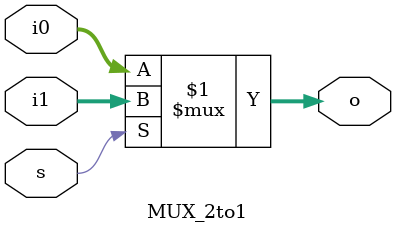
<source format=v>
module MUX_2to1#(
    parameter DATA_WIDTH = 16
)(
    s,   // Select
    i0,  // Mux Data 0
    i1,  // Mux Data 1
    o    // Mux output
);
//*****************************************************************************
    // I/O port declaration
    input           s; // Select
    input  [DATA_WIDTH-1:0] i0;  // Mux Data 0
    input  [DATA_WIDTH-1:0] i1;  // Mux Data 1
    output [DATA_WIDTH-1:0] o;   // Mux output

    // System conection
    // Output
    assign o = (s) ? i1 : i0;
//*****************************************************************************
endmodule
</source>
